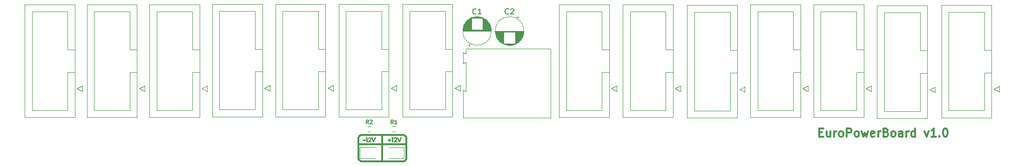
<source format=gbr>
%TF.GenerationSoftware,KiCad,Pcbnew,6.0.11+dfsg-1~bpo11+1*%
%TF.CreationDate,2023-04-21T11:36:43+08:00*%
%TF.ProjectId,EuroPowerBoard,4575726f-506f-4776-9572-426f6172642e,rev?*%
%TF.SameCoordinates,Original*%
%TF.FileFunction,Legend,Top*%
%TF.FilePolarity,Positive*%
%FSLAX46Y46*%
G04 Gerber Fmt 4.6, Leading zero omitted, Abs format (unit mm)*
G04 Created by KiCad (PCBNEW 6.0.11+dfsg-1~bpo11+1) date 2023-04-21 11:36:43*
%MOMM*%
%LPD*%
G01*
G04 APERTURE LIST*
%ADD10C,0.300000*%
%ADD11C,0.150000*%
%ADD12C,0.010000*%
%ADD13C,0.120000*%
G04 APERTURE END LIST*
D10*
X182857142Y-78142857D02*
X183357142Y-78142857D01*
X183571428Y-78928571D02*
X182857142Y-78928571D01*
X182857142Y-77428571D01*
X183571428Y-77428571D01*
X184857142Y-77928571D02*
X184857142Y-78928571D01*
X184214285Y-77928571D02*
X184214285Y-78714285D01*
X184285714Y-78857142D01*
X184428571Y-78928571D01*
X184642857Y-78928571D01*
X184785714Y-78857142D01*
X184857142Y-78785714D01*
X185571428Y-78928571D02*
X185571428Y-77928571D01*
X185571428Y-78214285D02*
X185642857Y-78071428D01*
X185714285Y-78000000D01*
X185857142Y-77928571D01*
X186000000Y-77928571D01*
X186714285Y-78928571D02*
X186571428Y-78857142D01*
X186500000Y-78785714D01*
X186428571Y-78642857D01*
X186428571Y-78214285D01*
X186500000Y-78071428D01*
X186571428Y-78000000D01*
X186714285Y-77928571D01*
X186928571Y-77928571D01*
X187071428Y-78000000D01*
X187142857Y-78071428D01*
X187214285Y-78214285D01*
X187214285Y-78642857D01*
X187142857Y-78785714D01*
X187071428Y-78857142D01*
X186928571Y-78928571D01*
X186714285Y-78928571D01*
X187857142Y-78928571D02*
X187857142Y-77428571D01*
X188428571Y-77428571D01*
X188571428Y-77500000D01*
X188642857Y-77571428D01*
X188714285Y-77714285D01*
X188714285Y-77928571D01*
X188642857Y-78071428D01*
X188571428Y-78142857D01*
X188428571Y-78214285D01*
X187857142Y-78214285D01*
X189571428Y-78928571D02*
X189428571Y-78857142D01*
X189357142Y-78785714D01*
X189285714Y-78642857D01*
X189285714Y-78214285D01*
X189357142Y-78071428D01*
X189428571Y-78000000D01*
X189571428Y-77928571D01*
X189785714Y-77928571D01*
X189928571Y-78000000D01*
X190000000Y-78071428D01*
X190071428Y-78214285D01*
X190071428Y-78642857D01*
X190000000Y-78785714D01*
X189928571Y-78857142D01*
X189785714Y-78928571D01*
X189571428Y-78928571D01*
X190571428Y-77928571D02*
X190857142Y-78928571D01*
X191142857Y-78214285D01*
X191428571Y-78928571D01*
X191714285Y-77928571D01*
X192857142Y-78857142D02*
X192714285Y-78928571D01*
X192428571Y-78928571D01*
X192285714Y-78857142D01*
X192214285Y-78714285D01*
X192214285Y-78142857D01*
X192285714Y-78000000D01*
X192428571Y-77928571D01*
X192714285Y-77928571D01*
X192857142Y-78000000D01*
X192928571Y-78142857D01*
X192928571Y-78285714D01*
X192214285Y-78428571D01*
X193571428Y-78928571D02*
X193571428Y-77928571D01*
X193571428Y-78214285D02*
X193642857Y-78071428D01*
X193714285Y-78000000D01*
X193857142Y-77928571D01*
X194000000Y-77928571D01*
X195000000Y-78142857D02*
X195214285Y-78214285D01*
X195285714Y-78285714D01*
X195357142Y-78428571D01*
X195357142Y-78642857D01*
X195285714Y-78785714D01*
X195214285Y-78857142D01*
X195071428Y-78928571D01*
X194500000Y-78928571D01*
X194500000Y-77428571D01*
X195000000Y-77428571D01*
X195142857Y-77500000D01*
X195214285Y-77571428D01*
X195285714Y-77714285D01*
X195285714Y-77857142D01*
X195214285Y-78000000D01*
X195142857Y-78071428D01*
X195000000Y-78142857D01*
X194500000Y-78142857D01*
X196214285Y-78928571D02*
X196071428Y-78857142D01*
X196000000Y-78785714D01*
X195928571Y-78642857D01*
X195928571Y-78214285D01*
X196000000Y-78071428D01*
X196071428Y-78000000D01*
X196214285Y-77928571D01*
X196428571Y-77928571D01*
X196571428Y-78000000D01*
X196642857Y-78071428D01*
X196714285Y-78214285D01*
X196714285Y-78642857D01*
X196642857Y-78785714D01*
X196571428Y-78857142D01*
X196428571Y-78928571D01*
X196214285Y-78928571D01*
X198000000Y-78928571D02*
X198000000Y-78142857D01*
X197928571Y-78000000D01*
X197785714Y-77928571D01*
X197500000Y-77928571D01*
X197357142Y-78000000D01*
X198000000Y-78857142D02*
X197857142Y-78928571D01*
X197500000Y-78928571D01*
X197357142Y-78857142D01*
X197285714Y-78714285D01*
X197285714Y-78571428D01*
X197357142Y-78428571D01*
X197500000Y-78357142D01*
X197857142Y-78357142D01*
X198000000Y-78285714D01*
X198714285Y-78928571D02*
X198714285Y-77928571D01*
X198714285Y-78214285D02*
X198785714Y-78071428D01*
X198857142Y-78000000D01*
X199000000Y-77928571D01*
X199142857Y-77928571D01*
X200285714Y-78928571D02*
X200285714Y-77428571D01*
X200285714Y-78857142D02*
X200142857Y-78928571D01*
X199857142Y-78928571D01*
X199714285Y-78857142D01*
X199642857Y-78785714D01*
X199571428Y-78642857D01*
X199571428Y-78214285D01*
X199642857Y-78071428D01*
X199714285Y-78000000D01*
X199857142Y-77928571D01*
X200142857Y-77928571D01*
X200285714Y-78000000D01*
X202000000Y-77928571D02*
X202357142Y-78928571D01*
X202714285Y-77928571D01*
X204071428Y-78928571D02*
X203214285Y-78928571D01*
X203642857Y-78928571D02*
X203642857Y-77428571D01*
X203500000Y-77642857D01*
X203357142Y-77785714D01*
X203214285Y-77857142D01*
X204714285Y-78785714D02*
X204785714Y-78857142D01*
X204714285Y-78928571D01*
X204642857Y-78857142D01*
X204714285Y-78785714D01*
X204714285Y-78928571D01*
X205714285Y-77428571D02*
X205857142Y-77428571D01*
X206000000Y-77500000D01*
X206071428Y-77571428D01*
X206142857Y-77714285D01*
X206214285Y-78000000D01*
X206214285Y-78357142D01*
X206142857Y-78642857D01*
X206071428Y-78785714D01*
X206000000Y-78857142D01*
X205857142Y-78928571D01*
X205714285Y-78928571D01*
X205571428Y-78857142D01*
X205500000Y-78785714D01*
X205428571Y-78642857D01*
X205357142Y-78357142D01*
X205357142Y-78000000D01*
X205428571Y-77714285D01*
X205500000Y-77571428D01*
X205571428Y-77500000D01*
X205714285Y-77428571D01*
D11*
%TO.C,R2*%
X100883333Y-76566666D02*
X100650000Y-76233333D01*
X100483333Y-76566666D02*
X100483333Y-75866666D01*
X100750000Y-75866666D01*
X100816666Y-75900000D01*
X100850000Y-75933333D01*
X100883333Y-76000000D01*
X100883333Y-76100000D01*
X100850000Y-76166666D01*
X100816666Y-76200000D01*
X100750000Y-76233333D01*
X100483333Y-76233333D01*
X101150000Y-75933333D02*
X101183333Y-75900000D01*
X101250000Y-75866666D01*
X101416666Y-75866666D01*
X101483333Y-75900000D01*
X101516666Y-75933333D01*
X101550000Y-76000000D01*
X101550000Y-76066666D01*
X101516666Y-76166666D01*
X101116666Y-76566666D01*
X101550000Y-76566666D01*
%TO.C,R1*%
X105383333Y-76566666D02*
X105150000Y-76233333D01*
X104983333Y-76566666D02*
X104983333Y-75866666D01*
X105250000Y-75866666D01*
X105316666Y-75900000D01*
X105350000Y-75933333D01*
X105383333Y-76000000D01*
X105383333Y-76100000D01*
X105350000Y-76166666D01*
X105316666Y-76200000D01*
X105250000Y-76233333D01*
X104983333Y-76233333D01*
X106050000Y-76566666D02*
X105650000Y-76566666D01*
X105850000Y-76566666D02*
X105850000Y-75866666D01*
X105783333Y-75966666D01*
X105716666Y-76033333D01*
X105650000Y-76066666D01*
%TO.C,C2*%
X126338333Y-56457142D02*
X126290714Y-56504761D01*
X126147857Y-56552380D01*
X126052619Y-56552380D01*
X125909761Y-56504761D01*
X125814523Y-56409523D01*
X125766904Y-56314285D01*
X125719285Y-56123809D01*
X125719285Y-55980952D01*
X125766904Y-55790476D01*
X125814523Y-55695238D01*
X125909761Y-55600000D01*
X126052619Y-55552380D01*
X126147857Y-55552380D01*
X126290714Y-55600000D01*
X126338333Y-55647619D01*
X126719285Y-55647619D02*
X126766904Y-55600000D01*
X126862142Y-55552380D01*
X127100238Y-55552380D01*
X127195476Y-55600000D01*
X127243095Y-55647619D01*
X127290714Y-55742857D01*
X127290714Y-55838095D01*
X127243095Y-55980952D01*
X126671666Y-56552380D01*
X127290714Y-56552380D01*
%TO.C,C1*%
X120438333Y-56457142D02*
X120390714Y-56504761D01*
X120247857Y-56552380D01*
X120152619Y-56552380D01*
X120009761Y-56504761D01*
X119914523Y-56409523D01*
X119866904Y-56314285D01*
X119819285Y-56123809D01*
X119819285Y-55980952D01*
X119866904Y-55790476D01*
X119914523Y-55695238D01*
X120009761Y-55600000D01*
X120152619Y-55552380D01*
X120247857Y-55552380D01*
X120390714Y-55600000D01*
X120438333Y-55647619D01*
X121390714Y-56552380D02*
X120819285Y-56552380D01*
X121105000Y-56552380D02*
X121105000Y-55552380D01*
X121009761Y-55695238D01*
X120914523Y-55790476D01*
X120819285Y-55838095D01*
%TO.C,G\u002A\u002A\u002A*%
G36*
X105778535Y-79023813D02*
G01*
X105867826Y-79061436D01*
X105933150Y-79125619D01*
X105959884Y-79196778D01*
X105967922Y-79288420D01*
X105957316Y-79383072D01*
X105932197Y-79455762D01*
X105900828Y-79502801D01*
X105848244Y-79568074D01*
X105783676Y-79640404D01*
X105754324Y-79671101D01*
X105613242Y-79815292D01*
X105809840Y-79815292D01*
X105901743Y-79815681D01*
X105959332Y-79818287D01*
X105990626Y-79825270D01*
X106003646Y-79838786D01*
X106006409Y-79860996D01*
X106006438Y-79868208D01*
X106006438Y-79921125D01*
X105710104Y-79921125D01*
X105593000Y-79920914D01*
X105511704Y-79919581D01*
X105459687Y-79916077D01*
X105430424Y-79909352D01*
X105417389Y-79898356D01*
X105414054Y-79882041D01*
X105413976Y-79873500D01*
X105431723Y-79830180D01*
X105484988Y-79766311D01*
X105562013Y-79692294D01*
X105687130Y-79570334D01*
X105775022Y-79463463D01*
X105827046Y-79369349D01*
X105844560Y-79285659D01*
X105834446Y-79224099D01*
X105795446Y-79162611D01*
X105739155Y-79133093D01*
X105675439Y-79135038D01*
X105614165Y-79167944D01*
X105565199Y-79231304D01*
X105561938Y-79238042D01*
X105530062Y-79287432D01*
X105488425Y-79305742D01*
X105470297Y-79306833D01*
X105430300Y-79303687D01*
X105417994Y-79284904D01*
X105424750Y-79238500D01*
X105461444Y-79137463D01*
X105524145Y-79068104D01*
X105573487Y-79040940D01*
X105676764Y-79016120D01*
X105778535Y-79023813D01*
G37*
D12*
X105778535Y-79023813D02*
X105867826Y-79061436D01*
X105933150Y-79125619D01*
X105959884Y-79196778D01*
X105967922Y-79288420D01*
X105957316Y-79383072D01*
X105932197Y-79455762D01*
X105900828Y-79502801D01*
X105848244Y-79568074D01*
X105783676Y-79640404D01*
X105754324Y-79671101D01*
X105613242Y-79815292D01*
X105809840Y-79815292D01*
X105901743Y-79815681D01*
X105959332Y-79818287D01*
X105990626Y-79825270D01*
X106003646Y-79838786D01*
X106006409Y-79860996D01*
X106006438Y-79868208D01*
X106006438Y-79921125D01*
X105710104Y-79921125D01*
X105593000Y-79920914D01*
X105511704Y-79919581D01*
X105459687Y-79916077D01*
X105430424Y-79909352D01*
X105417389Y-79898356D01*
X105414054Y-79882041D01*
X105413976Y-79873500D01*
X105431723Y-79830180D01*
X105484988Y-79766311D01*
X105562013Y-79692294D01*
X105687130Y-79570334D01*
X105775022Y-79463463D01*
X105827046Y-79369349D01*
X105844560Y-79285659D01*
X105834446Y-79224099D01*
X105795446Y-79162611D01*
X105739155Y-79133093D01*
X105675439Y-79135038D01*
X105614165Y-79167944D01*
X105565199Y-79231304D01*
X105561938Y-79238042D01*
X105530062Y-79287432D01*
X105488425Y-79305742D01*
X105470297Y-79306833D01*
X105430300Y-79303687D01*
X105417994Y-79284904D01*
X105424750Y-79238500D01*
X105461444Y-79137463D01*
X105524145Y-79068104D01*
X105573487Y-79040940D01*
X105676764Y-79016120D01*
X105778535Y-79023813D01*
G36*
X100249104Y-79603625D02*
G01*
X99741104Y-79603625D01*
X99741104Y-79497792D01*
X100249104Y-79497792D01*
X100249104Y-79603625D01*
G37*
X100249104Y-79603625D02*
X99741104Y-79603625D01*
X99741104Y-79497792D01*
X100249104Y-79497792D01*
X100249104Y-79603625D01*
G36*
X104650327Y-79267980D02*
G01*
X104666108Y-79283952D01*
X104672071Y-79323234D01*
X104672938Y-79381375D01*
X104672938Y-79497792D01*
X104789354Y-79497792D01*
X104856028Y-79499165D01*
X104890745Y-79506425D01*
X104903864Y-79524281D01*
X104905771Y-79550708D01*
X104902749Y-79581015D01*
X104886777Y-79596795D01*
X104847495Y-79602758D01*
X104789354Y-79603625D01*
X104672938Y-79603625D01*
X104672938Y-79720042D01*
X104671564Y-79786716D01*
X104664304Y-79821432D01*
X104646448Y-79834551D01*
X104620021Y-79836458D01*
X104589714Y-79833436D01*
X104573934Y-79817464D01*
X104567971Y-79778182D01*
X104567104Y-79720042D01*
X104567104Y-79603625D01*
X104440104Y-79603625D01*
X104369719Y-79602504D01*
X104331718Y-79596382D01*
X104316161Y-79581115D01*
X104313107Y-79552563D01*
X104313104Y-79550708D01*
X104315793Y-79521381D01*
X104330487Y-79505547D01*
X104367127Y-79499065D01*
X104435653Y-79497793D01*
X104440104Y-79497792D01*
X104567104Y-79497792D01*
X104567104Y-79381375D01*
X104568478Y-79314701D01*
X104575738Y-79279984D01*
X104593593Y-79266865D01*
X104620021Y-79264958D01*
X104650327Y-79267980D01*
G37*
X104650327Y-79267980D02*
X104666108Y-79283952D01*
X104672071Y-79323234D01*
X104672938Y-79381375D01*
X104672938Y-79497792D01*
X104789354Y-79497792D01*
X104856028Y-79499165D01*
X104890745Y-79506425D01*
X104903864Y-79524281D01*
X104905771Y-79550708D01*
X104902749Y-79581015D01*
X104886777Y-79596795D01*
X104847495Y-79602758D01*
X104789354Y-79603625D01*
X104672938Y-79603625D01*
X104672938Y-79720042D01*
X104671564Y-79786716D01*
X104664304Y-79821432D01*
X104646448Y-79834551D01*
X104620021Y-79836458D01*
X104589714Y-79833436D01*
X104573934Y-79817464D01*
X104567971Y-79778182D01*
X104567104Y-79720042D01*
X104567104Y-79603625D01*
X104440104Y-79603625D01*
X104369719Y-79602504D01*
X104331718Y-79596382D01*
X104316161Y-79581115D01*
X104313107Y-79552563D01*
X104313104Y-79550708D01*
X104315793Y-79521381D01*
X104330487Y-79505547D01*
X104367127Y-79499065D01*
X104435653Y-79497793D01*
X104440104Y-79497792D01*
X104567104Y-79497792D01*
X104567104Y-79381375D01*
X104568478Y-79314701D01*
X104575738Y-79279984D01*
X104593593Y-79266865D01*
X104620021Y-79264958D01*
X104650327Y-79267980D01*
G36*
X100566474Y-79049954D02*
G01*
X100578629Y-79088064D01*
X100585044Y-79152132D01*
X100587517Y-79246677D01*
X100587850Y-79376215D01*
X100587771Y-79476625D01*
X100587771Y-79921125D01*
X100460771Y-79921125D01*
X100460771Y-79175000D01*
X100397271Y-79187700D01*
X100352789Y-79192547D01*
X100335934Y-79177165D01*
X100333771Y-79150888D01*
X100343293Y-79114989D01*
X100378186Y-79086993D01*
X100424437Y-79066750D01*
X100477559Y-79046201D01*
X100517739Y-79033540D01*
X100546777Y-79033285D01*
X100566474Y-79049954D01*
G37*
X100566474Y-79049954D02*
X100578629Y-79088064D01*
X100585044Y-79152132D01*
X100587517Y-79246677D01*
X100587850Y-79376215D01*
X100587771Y-79476625D01*
X100587771Y-79921125D01*
X100460771Y-79921125D01*
X100460771Y-79175000D01*
X100397271Y-79187700D01*
X100352789Y-79192547D01*
X100335934Y-79177165D01*
X100333771Y-79150888D01*
X100343293Y-79114989D01*
X100378186Y-79086993D01*
X100424437Y-79066750D01*
X100477559Y-79046201D01*
X100517739Y-79033540D01*
X100546777Y-79033285D01*
X100566474Y-79049954D01*
G36*
X101617421Y-79381249D02*
G01*
X101658228Y-79494397D01*
X101694747Y-79592263D01*
X101724488Y-79668439D01*
X101744958Y-79716515D01*
X101753226Y-79730499D01*
X101763877Y-79711645D01*
X101786088Y-79659256D01*
X101817338Y-79579720D01*
X101855108Y-79479427D01*
X101890809Y-79381649D01*
X102016521Y-79032673D01*
X102087076Y-79032399D01*
X102132400Y-79036910D01*
X102150924Y-79048324D01*
X102150576Y-79050350D01*
X102141394Y-79074786D01*
X102119698Y-79132832D01*
X102087750Y-79218428D01*
X102047814Y-79325511D01*
X102002149Y-79448022D01*
X101984771Y-79494662D01*
X101826021Y-79920749D01*
X101756705Y-79920937D01*
X101703640Y-79913416D01*
X101673877Y-79883156D01*
X101664872Y-79862917D01*
X101649931Y-79823729D01*
X101623195Y-79753063D01*
X101587743Y-79659071D01*
X101546651Y-79549910D01*
X101519104Y-79476625D01*
X101476033Y-79362074D01*
X101436651Y-79257528D01*
X101404037Y-79171140D01*
X101381268Y-79111068D01*
X101373336Y-79090333D01*
X101360974Y-79050987D01*
X101372145Y-79035146D01*
X101415804Y-79032132D01*
X101422153Y-79032125D01*
X101493487Y-79032125D01*
X101617421Y-79381249D01*
G37*
X101617421Y-79381249D02*
X101658228Y-79494397D01*
X101694747Y-79592263D01*
X101724488Y-79668439D01*
X101744958Y-79716515D01*
X101753226Y-79730499D01*
X101763877Y-79711645D01*
X101786088Y-79659256D01*
X101817338Y-79579720D01*
X101855108Y-79479427D01*
X101890809Y-79381649D01*
X102016521Y-79032673D01*
X102087076Y-79032399D01*
X102132400Y-79036910D01*
X102150924Y-79048324D01*
X102150576Y-79050350D01*
X102141394Y-79074786D01*
X102119698Y-79132832D01*
X102087750Y-79218428D01*
X102047814Y-79325511D01*
X102002149Y-79448022D01*
X101984771Y-79494662D01*
X101826021Y-79920749D01*
X101756705Y-79920937D01*
X101703640Y-79913416D01*
X101673877Y-79883156D01*
X101664872Y-79862917D01*
X101649931Y-79823729D01*
X101623195Y-79753063D01*
X101587743Y-79659071D01*
X101546651Y-79549910D01*
X101519104Y-79476625D01*
X101476033Y-79362074D01*
X101436651Y-79257528D01*
X101404037Y-79171140D01*
X101381268Y-79111068D01*
X101373336Y-79090333D01*
X101360974Y-79050987D01*
X101372145Y-79035146D01*
X101415804Y-79032132D01*
X101422153Y-79032125D01*
X101493487Y-79032125D01*
X101617421Y-79381249D01*
G36*
X105265604Y-79921125D02*
G01*
X105138604Y-79921125D01*
X105138604Y-79175580D01*
X105064521Y-79189478D01*
X105015155Y-79195875D01*
X104994551Y-79185814D01*
X104990517Y-79154792D01*
X105001212Y-79118347D01*
X105039105Y-79088401D01*
X105080698Y-79069167D01*
X105146503Y-79046298D01*
X105203712Y-79033273D01*
X105218202Y-79032125D01*
X105265604Y-79032125D01*
X105265604Y-79921125D01*
G37*
X105265604Y-79921125D02*
X105138604Y-79921125D01*
X105138604Y-79175580D01*
X105064521Y-79189478D01*
X105015155Y-79195875D01*
X104994551Y-79185814D01*
X104990517Y-79154792D01*
X105001212Y-79118347D01*
X105039105Y-79088401D01*
X105080698Y-79069167D01*
X105146503Y-79046298D01*
X105203712Y-79033273D01*
X105218202Y-79032125D01*
X105265604Y-79032125D01*
X105265604Y-79921125D01*
G36*
X106732892Y-79031354D02*
G01*
X106749273Y-79032125D01*
X106792998Y-79037536D01*
X106810771Y-79050251D01*
X106803662Y-79075330D01*
X106784031Y-79132819D01*
X106754419Y-79215566D01*
X106717370Y-79316420D01*
X106692261Y-79383626D01*
X106647898Y-79501637D01*
X106605253Y-79615084D01*
X106568145Y-79713803D01*
X106540397Y-79787630D01*
X106531990Y-79810000D01*
X106505825Y-79873802D01*
X106482820Y-79907033D01*
X106453363Y-79919483D01*
X106422958Y-79921077D01*
X106355688Y-79921029D01*
X106198502Y-79503035D01*
X106151148Y-79377011D01*
X106108578Y-79263530D01*
X106073149Y-79168892D01*
X106047220Y-79099397D01*
X106033148Y-79061347D01*
X106031599Y-79057029D01*
X106036945Y-79038316D01*
X106075420Y-79034514D01*
X106093021Y-79035862D01*
X106114807Y-79037328D01*
X106132243Y-79039979D01*
X106147552Y-79048329D01*
X106162958Y-79066891D01*
X106180684Y-79100179D01*
X106202952Y-79152707D01*
X106231988Y-79228987D01*
X106270012Y-79333534D01*
X106319250Y-79470859D01*
X106351193Y-79559985D01*
X106422883Y-79759761D01*
X106489827Y-79575860D01*
X106548496Y-79414418D01*
X106594431Y-79288310D01*
X106629696Y-79193209D01*
X106656358Y-79124785D01*
X106676481Y-79078712D01*
X106692131Y-79050660D01*
X106705373Y-79036302D01*
X106718271Y-79031309D01*
X106732892Y-79031354D01*
G37*
X106732892Y-79031354D02*
X106749273Y-79032125D01*
X106792998Y-79037536D01*
X106810771Y-79050251D01*
X106803662Y-79075330D01*
X106784031Y-79132819D01*
X106754419Y-79215566D01*
X106717370Y-79316420D01*
X106692261Y-79383626D01*
X106647898Y-79501637D01*
X106605253Y-79615084D01*
X106568145Y-79713803D01*
X106540397Y-79787630D01*
X106531990Y-79810000D01*
X106505825Y-79873802D01*
X106482820Y-79907033D01*
X106453363Y-79919483D01*
X106422958Y-79921077D01*
X106355688Y-79921029D01*
X106198502Y-79503035D01*
X106151148Y-79377011D01*
X106108578Y-79263530D01*
X106073149Y-79168892D01*
X106047220Y-79099397D01*
X106033148Y-79061347D01*
X106031599Y-79057029D01*
X106036945Y-79038316D01*
X106075420Y-79034514D01*
X106093021Y-79035862D01*
X106114807Y-79037328D01*
X106132243Y-79039979D01*
X106147552Y-79048329D01*
X106162958Y-79066891D01*
X106180684Y-79100179D01*
X106202952Y-79152707D01*
X106231988Y-79228987D01*
X106270012Y-79333534D01*
X106319250Y-79470859D01*
X106351193Y-79559985D01*
X106422883Y-79759761D01*
X106489827Y-79575860D01*
X106548496Y-79414418D01*
X106594431Y-79288310D01*
X106629696Y-79193209D01*
X106656358Y-79124785D01*
X106676481Y-79078712D01*
X106692131Y-79050660D01*
X106705373Y-79036302D01*
X106718271Y-79031309D01*
X106732892Y-79031354D01*
G36*
X98950915Y-83136706D02*
G01*
X98880344Y-82974800D01*
X98853108Y-82860368D01*
X98849115Y-82814047D01*
X98845517Y-82729384D01*
X98842313Y-82610372D01*
X98839504Y-82461001D01*
X98837090Y-82285263D01*
X98835070Y-82087148D01*
X98833446Y-81870647D01*
X98832216Y-81639751D01*
X98831381Y-81398451D01*
X98830942Y-81150737D01*
X98830897Y-80900602D01*
X98831248Y-80652036D01*
X98831910Y-80436097D01*
X99083017Y-80436097D01*
X99095521Y-82855779D01*
X99159021Y-82979164D01*
X99244787Y-83107489D01*
X99354739Y-83202473D01*
X99491442Y-83267697D01*
X99513469Y-83274623D01*
X99538702Y-83280675D01*
X99569989Y-83285915D01*
X99610176Y-83290400D01*
X99662112Y-83294192D01*
X99728643Y-83297351D01*
X99812618Y-83299935D01*
X99916884Y-83302005D01*
X100044287Y-83303622D01*
X100197677Y-83304843D01*
X100379899Y-83305731D01*
X100593803Y-83306344D01*
X100842234Y-83306742D01*
X101128041Y-83306985D01*
X101365646Y-83307100D01*
X103127771Y-83307792D01*
X103127848Y-82159500D01*
X103128125Y-81931322D01*
X103128890Y-81706643D01*
X103130093Y-81490778D01*
X103131684Y-81289045D01*
X103133610Y-81106760D01*
X103135821Y-80949240D01*
X103138266Y-80821801D01*
X103140895Y-80729761D01*
X103141724Y-80709583D01*
X103155523Y-80407958D01*
X102564855Y-80407975D01*
X102438174Y-80408198D01*
X102274733Y-80408835D01*
X102080103Y-80409847D01*
X101859855Y-80411197D01*
X101619561Y-80412844D01*
X101364791Y-80414752D01*
X101101116Y-80416882D01*
X100834108Y-80419194D01*
X100569337Y-80421651D01*
X100528602Y-80422044D01*
X99083017Y-80436097D01*
X98831910Y-80436097D01*
X98831994Y-80409029D01*
X98833136Y-80175573D01*
X98833239Y-80160851D01*
X103424104Y-80160851D01*
X104328979Y-80146848D01*
X104537490Y-80144003D01*
X104779473Y-80141350D01*
X105046064Y-80138950D01*
X105328404Y-80136862D01*
X105617629Y-80135145D01*
X105904878Y-80133860D01*
X106181289Y-80133065D01*
X106415237Y-80132818D01*
X107596621Y-80132792D01*
X107589987Y-79608917D01*
X107583354Y-79085042D01*
X107525426Y-78986500D01*
X107473544Y-78913635D01*
X107410213Y-78844730D01*
X107384463Y-78822194D01*
X107357268Y-78800338D01*
X107332499Y-78781103D01*
X107307414Y-78764322D01*
X107279274Y-78749828D01*
X107245339Y-78737453D01*
X107202867Y-78727030D01*
X107149120Y-78718393D01*
X107081357Y-78711374D01*
X106996839Y-78705807D01*
X106892823Y-78701523D01*
X106766572Y-78698356D01*
X106615344Y-78696139D01*
X106436399Y-78694705D01*
X106226998Y-78693886D01*
X105984399Y-78693516D01*
X105705864Y-78693428D01*
X105388652Y-78693453D01*
X105273526Y-78693458D01*
X103424104Y-78693458D01*
X103424104Y-80160851D01*
X98833239Y-80160851D01*
X98833287Y-80153958D01*
X99081035Y-80153958D01*
X103148938Y-80153958D01*
X103148938Y-78693458D01*
X101364125Y-78693458D01*
X101037360Y-78693421D01*
X100750146Y-78693444D01*
X100499701Y-78693727D01*
X100283245Y-78694469D01*
X100097994Y-78695870D01*
X99941167Y-78698130D01*
X99809983Y-78701448D01*
X99701659Y-78706026D01*
X99613414Y-78712061D01*
X99542465Y-78719755D01*
X99486032Y-78729306D01*
X99441332Y-78740916D01*
X99405583Y-78754782D01*
X99376005Y-78771106D01*
X99349814Y-78790087D01*
X99324229Y-78811925D01*
X99296468Y-78836820D01*
X99290145Y-78842417D01*
X99216307Y-78923203D01*
X99155884Y-79017451D01*
X99146682Y-79036619D01*
X99130767Y-79074429D01*
X99118495Y-79111717D01*
X99109278Y-79154714D01*
X99102531Y-79209649D01*
X99097668Y-79282751D01*
X99094103Y-79380248D01*
X99091249Y-79508372D01*
X99088864Y-79651250D01*
X99081035Y-80153958D01*
X98833287Y-80153958D01*
X98834673Y-79955659D01*
X98836606Y-79753277D01*
X98838934Y-79572419D01*
X98841659Y-79417075D01*
X98844779Y-79291237D01*
X98848295Y-79198895D01*
X98852207Y-79144040D01*
X98853031Y-79137958D01*
X98902138Y-78956189D01*
X98987276Y-78794942D01*
X99105777Y-78657793D01*
X99254972Y-78548317D01*
X99317771Y-78515374D01*
X99455354Y-78450042D01*
X107244688Y-78450042D01*
X107365720Y-78506769D01*
X107518072Y-78600322D01*
X107650521Y-78725592D01*
X107753578Y-78873262D01*
X107768747Y-78902461D01*
X107837354Y-79041826D01*
X107837354Y-82958542D01*
X107782108Y-83074958D01*
X107684937Y-83232162D01*
X107557378Y-83363331D01*
X107405170Y-83463926D01*
X107234056Y-83529409D01*
X107196021Y-83538324D01*
X107162488Y-83540921D01*
X107089256Y-83543352D01*
X106978956Y-83545619D01*
X106834222Y-83547721D01*
X106657685Y-83549658D01*
X106451980Y-83551429D01*
X106219739Y-83553035D01*
X105963594Y-83554475D01*
X105686179Y-83555750D01*
X105390126Y-83556859D01*
X105078069Y-83557801D01*
X104752639Y-83558578D01*
X104416470Y-83559189D01*
X104072194Y-83559633D01*
X103722445Y-83559911D01*
X103369856Y-83560023D01*
X103017058Y-83559968D01*
X102666685Y-83559745D01*
X102321369Y-83559356D01*
X101983744Y-83558800D01*
X101656443Y-83558077D01*
X101342097Y-83557187D01*
X101043340Y-83556129D01*
X100762805Y-83554903D01*
X100503125Y-83553510D01*
X100266931Y-83551950D01*
X100056858Y-83550221D01*
X99875538Y-83548324D01*
X99725604Y-83546259D01*
X99609688Y-83544026D01*
X99530423Y-83541624D01*
X99490443Y-83539054D01*
X99488160Y-83538686D01*
X99325951Y-83486089D01*
X99178892Y-83397875D01*
X99083338Y-83308679D01*
X103375647Y-83308679D01*
X105267834Y-83302944D01*
X105593821Y-83301942D01*
X105880192Y-83300992D01*
X106129662Y-83300025D01*
X106344947Y-83298971D01*
X106528766Y-83297762D01*
X106683833Y-83296327D01*
X106812865Y-83294598D01*
X106918579Y-83292506D01*
X107003690Y-83289980D01*
X107070916Y-83286952D01*
X107122973Y-83283352D01*
X107162576Y-83279112D01*
X107192443Y-83274161D01*
X107215290Y-83268431D01*
X107233833Y-83261852D01*
X107250788Y-83254355D01*
X107255271Y-83252247D01*
X107385278Y-83168008D01*
X107490232Y-83051948D01*
X107544023Y-82958542D01*
X107593524Y-82852708D01*
X107593938Y-80407958D01*
X103402938Y-80407958D01*
X103402938Y-81727770D01*
X103402720Y-81964429D01*
X103402094Y-82191674D01*
X103401096Y-82405427D01*
X103399767Y-82601610D01*
X103398143Y-82776146D01*
X103396263Y-82924958D01*
X103394167Y-83043968D01*
X103391891Y-83129099D01*
X103389474Y-83176274D01*
X103389292Y-83178130D01*
X103375647Y-83308679D01*
X99083338Y-83308679D01*
X99052156Y-83279572D01*
X98950915Y-83136706D01*
G37*
X98950915Y-83136706D02*
X98880344Y-82974800D01*
X98853108Y-82860368D01*
X98849115Y-82814047D01*
X98845517Y-82729384D01*
X98842313Y-82610372D01*
X98839504Y-82461001D01*
X98837090Y-82285263D01*
X98835070Y-82087148D01*
X98833446Y-81870647D01*
X98832216Y-81639751D01*
X98831381Y-81398451D01*
X98830942Y-81150737D01*
X98830897Y-80900602D01*
X98831248Y-80652036D01*
X98831910Y-80436097D01*
X99083017Y-80436097D01*
X99095521Y-82855779D01*
X99159021Y-82979164D01*
X99244787Y-83107489D01*
X99354739Y-83202473D01*
X99491442Y-83267697D01*
X99513469Y-83274623D01*
X99538702Y-83280675D01*
X99569989Y-83285915D01*
X99610176Y-83290400D01*
X99662112Y-83294192D01*
X99728643Y-83297351D01*
X99812618Y-83299935D01*
X99916884Y-83302005D01*
X100044287Y-83303622D01*
X100197677Y-83304843D01*
X100379899Y-83305731D01*
X100593803Y-83306344D01*
X100842234Y-83306742D01*
X101128041Y-83306985D01*
X101365646Y-83307100D01*
X103127771Y-83307792D01*
X103127848Y-82159500D01*
X103128125Y-81931322D01*
X103128890Y-81706643D01*
X103130093Y-81490778D01*
X103131684Y-81289045D01*
X103133610Y-81106760D01*
X103135821Y-80949240D01*
X103138266Y-80821801D01*
X103140895Y-80729761D01*
X103141724Y-80709583D01*
X103155523Y-80407958D01*
X102564855Y-80407975D01*
X102438174Y-80408198D01*
X102274733Y-80408835D01*
X102080103Y-80409847D01*
X101859855Y-80411197D01*
X101619561Y-80412844D01*
X101364791Y-80414752D01*
X101101116Y-80416882D01*
X100834108Y-80419194D01*
X100569337Y-80421651D01*
X100528602Y-80422044D01*
X99083017Y-80436097D01*
X98831910Y-80436097D01*
X98831994Y-80409029D01*
X98833136Y-80175573D01*
X98833239Y-80160851D01*
X103424104Y-80160851D01*
X104328979Y-80146848D01*
X104537490Y-80144003D01*
X104779473Y-80141350D01*
X105046064Y-80138950D01*
X105328404Y-80136862D01*
X105617629Y-80135145D01*
X105904878Y-80133860D01*
X106181289Y-80133065D01*
X106415237Y-80132818D01*
X107596621Y-80132792D01*
X107589987Y-79608917D01*
X107583354Y-79085042D01*
X107525426Y-78986500D01*
X107473544Y-78913635D01*
X107410213Y-78844730D01*
X107384463Y-78822194D01*
X107357268Y-78800338D01*
X107332499Y-78781103D01*
X107307414Y-78764322D01*
X107279274Y-78749828D01*
X107245339Y-78737453D01*
X107202867Y-78727030D01*
X107149120Y-78718393D01*
X107081357Y-78711374D01*
X106996839Y-78705807D01*
X106892823Y-78701523D01*
X106766572Y-78698356D01*
X106615344Y-78696139D01*
X106436399Y-78694705D01*
X106226998Y-78693886D01*
X105984399Y-78693516D01*
X105705864Y-78693428D01*
X105388652Y-78693453D01*
X105273526Y-78693458D01*
X103424104Y-78693458D01*
X103424104Y-80160851D01*
X98833239Y-80160851D01*
X98833287Y-80153958D01*
X99081035Y-80153958D01*
X103148938Y-80153958D01*
X103148938Y-78693458D01*
X101364125Y-78693458D01*
X101037360Y-78693421D01*
X100750146Y-78693444D01*
X100499701Y-78693727D01*
X100283245Y-78694469D01*
X100097994Y-78695870D01*
X99941167Y-78698130D01*
X99809983Y-78701448D01*
X99701659Y-78706026D01*
X99613414Y-78712061D01*
X99542465Y-78719755D01*
X99486032Y-78729306D01*
X99441332Y-78740916D01*
X99405583Y-78754782D01*
X99376005Y-78771106D01*
X99349814Y-78790087D01*
X99324229Y-78811925D01*
X99296468Y-78836820D01*
X99290145Y-78842417D01*
X99216307Y-78923203D01*
X99155884Y-79017451D01*
X99146682Y-79036619D01*
X99130767Y-79074429D01*
X99118495Y-79111717D01*
X99109278Y-79154714D01*
X99102531Y-79209649D01*
X99097668Y-79282751D01*
X99094103Y-79380248D01*
X99091249Y-79508372D01*
X99088864Y-79651250D01*
X99081035Y-80153958D01*
X98833287Y-80153958D01*
X98834673Y-79955659D01*
X98836606Y-79753277D01*
X98838934Y-79572419D01*
X98841659Y-79417075D01*
X98844779Y-79291237D01*
X98848295Y-79198895D01*
X98852207Y-79144040D01*
X98853031Y-79137958D01*
X98902138Y-78956189D01*
X98987276Y-78794942D01*
X99105777Y-78657793D01*
X99254972Y-78548317D01*
X99317771Y-78515374D01*
X99455354Y-78450042D01*
X107244688Y-78450042D01*
X107365720Y-78506769D01*
X107518072Y-78600322D01*
X107650521Y-78725592D01*
X107753578Y-78873262D01*
X107768747Y-78902461D01*
X107837354Y-79041826D01*
X107837354Y-82958542D01*
X107782108Y-83074958D01*
X107684937Y-83232162D01*
X107557378Y-83363331D01*
X107405170Y-83463926D01*
X107234056Y-83529409D01*
X107196021Y-83538324D01*
X107162488Y-83540921D01*
X107089256Y-83543352D01*
X106978956Y-83545619D01*
X106834222Y-83547721D01*
X106657685Y-83549658D01*
X106451980Y-83551429D01*
X106219739Y-83553035D01*
X105963594Y-83554475D01*
X105686179Y-83555750D01*
X105390126Y-83556859D01*
X105078069Y-83557801D01*
X104752639Y-83558578D01*
X104416470Y-83559189D01*
X104072194Y-83559633D01*
X103722445Y-83559911D01*
X103369856Y-83560023D01*
X103017058Y-83559968D01*
X102666685Y-83559745D01*
X102321369Y-83559356D01*
X101983744Y-83558800D01*
X101656443Y-83558077D01*
X101342097Y-83557187D01*
X101043340Y-83556129D01*
X100762805Y-83554903D01*
X100503125Y-83553510D01*
X100266931Y-83551950D01*
X100056858Y-83550221D01*
X99875538Y-83548324D01*
X99725604Y-83546259D01*
X99609688Y-83544026D01*
X99530423Y-83541624D01*
X99490443Y-83539054D01*
X99488160Y-83538686D01*
X99325951Y-83486089D01*
X99178892Y-83397875D01*
X99083338Y-83308679D01*
X103375647Y-83308679D01*
X105267834Y-83302944D01*
X105593821Y-83301942D01*
X105880192Y-83300992D01*
X106129662Y-83300025D01*
X106344947Y-83298971D01*
X106528766Y-83297762D01*
X106683833Y-83296327D01*
X106812865Y-83294598D01*
X106918579Y-83292506D01*
X107003690Y-83289980D01*
X107070916Y-83286952D01*
X107122973Y-83283352D01*
X107162576Y-83279112D01*
X107192443Y-83274161D01*
X107215290Y-83268431D01*
X107233833Y-83261852D01*
X107250788Y-83254355D01*
X107255271Y-83252247D01*
X107385278Y-83168008D01*
X107490232Y-83051948D01*
X107544023Y-82958542D01*
X107593524Y-82852708D01*
X107593938Y-80407958D01*
X103402938Y-80407958D01*
X103402938Y-81727770D01*
X103402720Y-81964429D01*
X103402094Y-82191674D01*
X103401096Y-82405427D01*
X103399767Y-82601610D01*
X103398143Y-82776146D01*
X103396263Y-82924958D01*
X103394167Y-83043968D01*
X103391891Y-83129099D01*
X103389474Y-83176274D01*
X103389292Y-83178130D01*
X103375647Y-83308679D01*
X99083338Y-83308679D01*
X99052156Y-83279572D01*
X98950915Y-83136706D01*
G36*
X101162701Y-79042903D02*
G01*
X101237271Y-79094660D01*
X101287400Y-79172680D01*
X101287568Y-79173119D01*
X101307250Y-79275682D01*
X101289149Y-79383247D01*
X101232442Y-79497833D01*
X101136307Y-79621460D01*
X101081455Y-79679089D01*
X100945252Y-79815292D01*
X101136928Y-79815292D01*
X101227442Y-79815706D01*
X101283744Y-79818446D01*
X101313955Y-79825752D01*
X101326198Y-79839867D01*
X101328592Y-79863032D01*
X101328604Y-79868208D01*
X101328604Y-79921125D01*
X101032271Y-79921125D01*
X100915167Y-79920917D01*
X100833866Y-79919591D01*
X100781835Y-79916091D01*
X100752544Y-79909364D01*
X100739460Y-79898354D01*
X100736054Y-79882006D01*
X100735938Y-79873274D01*
X100753182Y-79829137D01*
X100806190Y-79771589D01*
X100852476Y-79732431D01*
X100964203Y-79633054D01*
X101057610Y-79529739D01*
X101127849Y-79429192D01*
X101170070Y-79338115D01*
X101180438Y-79278938D01*
X101167184Y-79223891D01*
X101141403Y-79179109D01*
X101086303Y-79140196D01*
X101019625Y-79132247D01*
X100954273Y-79151698D01*
X100903154Y-79194984D01*
X100879995Y-79251294D01*
X100858420Y-79289610D01*
X100815313Y-79303406D01*
X100774226Y-79303110D01*
X100758977Y-79280903D01*
X100757104Y-79246821D01*
X100772494Y-79182741D01*
X100810714Y-79119828D01*
X100887697Y-79055873D01*
X100978380Y-79022444D01*
X101073226Y-79018476D01*
X101162701Y-79042903D01*
G37*
X101162701Y-79042903D02*
X101237271Y-79094660D01*
X101287400Y-79172680D01*
X101287568Y-79173119D01*
X101307250Y-79275682D01*
X101289149Y-79383247D01*
X101232442Y-79497833D01*
X101136307Y-79621460D01*
X101081455Y-79679089D01*
X100945252Y-79815292D01*
X101136928Y-79815292D01*
X101227442Y-79815706D01*
X101283744Y-79818446D01*
X101313955Y-79825752D01*
X101326198Y-79839867D01*
X101328592Y-79863032D01*
X101328604Y-79868208D01*
X101328604Y-79921125D01*
X101032271Y-79921125D01*
X100915167Y-79920917D01*
X100833866Y-79919591D01*
X100781835Y-79916091D01*
X100752544Y-79909364D01*
X100739460Y-79898354D01*
X100736054Y-79882006D01*
X100735938Y-79873274D01*
X100753182Y-79829137D01*
X100806190Y-79771589D01*
X100852476Y-79732431D01*
X100964203Y-79633054D01*
X101057610Y-79529739D01*
X101127849Y-79429192D01*
X101170070Y-79338115D01*
X101180438Y-79278938D01*
X101167184Y-79223891D01*
X101141403Y-79179109D01*
X101086303Y-79140196D01*
X101019625Y-79132247D01*
X100954273Y-79151698D01*
X100903154Y-79194984D01*
X100879995Y-79251294D01*
X100858420Y-79289610D01*
X100815313Y-79303406D01*
X100774226Y-79303110D01*
X100758977Y-79280903D01*
X100757104Y-79246821D01*
X100772494Y-79182741D01*
X100810714Y-79119828D01*
X100887697Y-79055873D01*
X100978380Y-79022444D01*
X101073226Y-79018476D01*
X101162701Y-79042903D01*
D13*
%TO.C,J7*%
X167942500Y-75490000D02*
X158822500Y-75490000D01*
X158822500Y-75490000D02*
X158822500Y-54910000D01*
X169332500Y-69780000D02*
X168332500Y-70280000D01*
X166632500Y-56210000D02*
X166632500Y-63150000D01*
X166632500Y-67250000D02*
X166632500Y-74190000D01*
X158822500Y-54910000D02*
X167942500Y-54910000D01*
X168332500Y-70280000D02*
X169332500Y-70780000D01*
X166632500Y-63150000D02*
X167942500Y-63150000D01*
X166632500Y-74190000D02*
X160132500Y-74190000D01*
X166632500Y-63150000D02*
X166632500Y-63150000D01*
X160132500Y-56210000D02*
X166632500Y-56210000D01*
X169332500Y-70780000D02*
X169332500Y-69780000D01*
X160132500Y-74190000D02*
X160132500Y-56210000D01*
X167942500Y-67250000D02*
X166632500Y-67250000D01*
X167942500Y-54910000D02*
X167942500Y-75490000D01*
%TO.C,J6*%
X179442500Y-75390000D02*
X170322500Y-75390000D01*
X170322500Y-75390000D02*
X170322500Y-54810000D01*
X180832500Y-69680000D02*
X179832500Y-70180000D01*
X178132500Y-56110000D02*
X178132500Y-63050000D01*
X178132500Y-67150000D02*
X178132500Y-74090000D01*
X170322500Y-54810000D02*
X179442500Y-54810000D01*
X179832500Y-70180000D02*
X180832500Y-70680000D01*
X178132500Y-63050000D02*
X179442500Y-63050000D01*
X178132500Y-74090000D02*
X171632500Y-74090000D01*
X178132500Y-63050000D02*
X178132500Y-63050000D01*
X171632500Y-56110000D02*
X178132500Y-56110000D01*
X180832500Y-70680000D02*
X180832500Y-69680000D01*
X171632500Y-74090000D02*
X171632500Y-56110000D01*
X179442500Y-67150000D02*
X178132500Y-67150000D01*
X179442500Y-54810000D02*
X179442500Y-75390000D01*
%TO.C,J4*%
X144642500Y-54810000D02*
X144642500Y-75390000D01*
X144642500Y-67150000D02*
X143332500Y-67150000D01*
X136832500Y-74090000D02*
X136832500Y-56110000D01*
X146032500Y-70680000D02*
X146032500Y-69680000D01*
X136832500Y-56110000D02*
X143332500Y-56110000D01*
X143332500Y-63050000D02*
X143332500Y-63050000D01*
X143332500Y-74090000D02*
X136832500Y-74090000D01*
X143332500Y-63050000D02*
X144642500Y-63050000D01*
X145032500Y-70180000D02*
X146032500Y-70680000D01*
X135522500Y-54810000D02*
X144642500Y-54810000D01*
X143332500Y-67150000D02*
X143332500Y-74090000D01*
X143332500Y-56110000D02*
X143332500Y-63050000D01*
X146032500Y-69680000D02*
X145032500Y-70180000D01*
X135522500Y-75390000D02*
X135522500Y-54810000D01*
X144642500Y-75390000D02*
X135522500Y-75390000D01*
%TO.C,J1*%
X116142500Y-75290000D02*
X107022500Y-75290000D01*
X107022500Y-75290000D02*
X107022500Y-54710000D01*
X117532500Y-69580000D02*
X116532500Y-70080000D01*
X114832500Y-56010000D02*
X114832500Y-62950000D01*
X114832500Y-67050000D02*
X114832500Y-73990000D01*
X107022500Y-54710000D02*
X116142500Y-54710000D01*
X116532500Y-70080000D02*
X117532500Y-70580000D01*
X114832500Y-62950000D02*
X116142500Y-62950000D01*
X114832500Y-73990000D02*
X108332500Y-73990000D01*
X114832500Y-62950000D02*
X114832500Y-62950000D01*
X108332500Y-56010000D02*
X114832500Y-56010000D01*
X117532500Y-70580000D02*
X117532500Y-69580000D01*
X108332500Y-73990000D02*
X108332500Y-56010000D01*
X116142500Y-67050000D02*
X114832500Y-67050000D01*
X116142500Y-54710000D02*
X116142500Y-75290000D01*
%TO.C,J9*%
X202495000Y-54990000D02*
X202495000Y-75570000D01*
X202495000Y-67330000D02*
X201185000Y-67330000D01*
X194685000Y-74270000D02*
X194685000Y-56290000D01*
X203885000Y-70860000D02*
X203885000Y-69860000D01*
X194685000Y-56290000D02*
X201185000Y-56290000D01*
X201185000Y-63230000D02*
X201185000Y-63230000D01*
X201185000Y-74270000D02*
X194685000Y-74270000D01*
X201185000Y-63230000D02*
X202495000Y-63230000D01*
X202885000Y-70360000D02*
X203885000Y-70860000D01*
X193375000Y-54990000D02*
X202495000Y-54990000D01*
X201185000Y-67330000D02*
X201185000Y-74270000D01*
X201185000Y-56290000D02*
X201185000Y-63230000D01*
X203885000Y-69860000D02*
X202885000Y-70360000D01*
X193375000Y-75570000D02*
X193375000Y-54990000D01*
X202495000Y-75570000D02*
X193375000Y-75570000D01*
%TO.C,J8*%
X58742500Y-75390000D02*
X49622500Y-75390000D01*
X49622500Y-75390000D02*
X49622500Y-54810000D01*
X60132500Y-69680000D02*
X59132500Y-70180000D01*
X57432500Y-56110000D02*
X57432500Y-63050000D01*
X57432500Y-67150000D02*
X57432500Y-74090000D01*
X49622500Y-54810000D02*
X58742500Y-54810000D01*
X59132500Y-70180000D02*
X60132500Y-70680000D01*
X57432500Y-63050000D02*
X58742500Y-63050000D01*
X57432500Y-74090000D02*
X50932500Y-74090000D01*
X57432500Y-63050000D02*
X57432500Y-63050000D01*
X50932500Y-56110000D02*
X57432500Y-56110000D01*
X60132500Y-70680000D02*
X60132500Y-69680000D01*
X50932500Y-74090000D02*
X50932500Y-56110000D01*
X58742500Y-67150000D02*
X57432500Y-67150000D01*
X58742500Y-54810000D02*
X58742500Y-75390000D01*
%TO.C,J5*%
X104542500Y-75290000D02*
X95422500Y-75290000D01*
X95422500Y-75290000D02*
X95422500Y-54710000D01*
X105932500Y-69580000D02*
X104932500Y-70080000D01*
X103232500Y-56010000D02*
X103232500Y-62950000D01*
X103232500Y-67050000D02*
X103232500Y-73990000D01*
X95422500Y-54710000D02*
X104542500Y-54710000D01*
X104932500Y-70080000D02*
X105932500Y-70580000D01*
X103232500Y-62950000D02*
X104542500Y-62950000D01*
X103232500Y-73990000D02*
X96732500Y-73990000D01*
X103232500Y-62950000D02*
X103232500Y-62950000D01*
X96732500Y-56010000D02*
X103232500Y-56010000D01*
X105932500Y-70580000D02*
X105932500Y-69580000D01*
X96732500Y-73990000D02*
X96732500Y-56010000D01*
X104542500Y-67050000D02*
X103232500Y-67050000D01*
X104542500Y-54710000D02*
X104542500Y-75290000D01*
%TO.C,J3*%
X118550000Y-62890000D02*
X118550000Y-63840000D01*
X118050000Y-63540000D02*
X118050000Y-65540000D01*
X133950000Y-62890000D02*
X118550000Y-62890000D01*
X118050000Y-75490000D02*
X133950000Y-75490000D01*
X118550000Y-70690000D02*
X118050000Y-70440000D01*
X133950000Y-75490000D02*
X133950000Y-62890000D01*
X118550000Y-63840000D02*
X118050000Y-63540000D01*
X118550000Y-65290000D02*
X118550000Y-70690000D01*
X118050000Y-70440000D02*
X118050000Y-75490000D01*
X118050000Y-65540000D02*
X118550000Y-65290000D01*
%TO.C,J2*%
X190942500Y-54810000D02*
X190942500Y-75390000D01*
X190942500Y-67150000D02*
X189632500Y-67150000D01*
X183132500Y-74090000D02*
X183132500Y-56110000D01*
X192332500Y-70680000D02*
X192332500Y-69680000D01*
X183132500Y-56110000D02*
X189632500Y-56110000D01*
X189632500Y-63050000D02*
X189632500Y-63050000D01*
X189632500Y-74090000D02*
X183132500Y-74090000D01*
X189632500Y-63050000D02*
X190942500Y-63050000D01*
X191332500Y-70180000D02*
X192332500Y-70680000D01*
X181822500Y-54810000D02*
X190942500Y-54810000D01*
X189632500Y-67150000D02*
X189632500Y-74090000D01*
X189632500Y-56110000D02*
X189632500Y-63050000D01*
X192332500Y-69680000D02*
X191332500Y-70180000D01*
X181822500Y-75390000D02*
X181822500Y-54810000D01*
X190942500Y-75390000D02*
X181822500Y-75390000D01*
%TO.C,R2*%
X100745276Y-76977500D02*
X101254724Y-76977500D01*
X100745276Y-78022500D02*
X101254724Y-78022500D01*
%TO.C,R1*%
X105157776Y-78022500D02*
X105667224Y-78022500D01*
X105157776Y-76977500D02*
X105667224Y-76977500D01*
%TO.C,D2*%
X99290000Y-80890000D02*
X99290000Y-82810000D01*
X102150000Y-80890000D02*
X99290000Y-80890000D01*
X99290000Y-82810000D02*
X102150000Y-82810000D01*
%TO.C,D1*%
X107360000Y-82810000D02*
X107360000Y-80890000D01*
X104500000Y-82810000D02*
X107360000Y-82810000D01*
X107360000Y-80890000D02*
X104500000Y-80890000D01*
%TO.C,J15*%
X93042500Y-75290000D02*
X83922500Y-75290000D01*
X83922500Y-75290000D02*
X83922500Y-54710000D01*
X94432500Y-69580000D02*
X93432500Y-70080000D01*
X91732500Y-56010000D02*
X91732500Y-62950000D01*
X91732500Y-67050000D02*
X91732500Y-73990000D01*
X83922500Y-54710000D02*
X93042500Y-54710000D01*
X93432500Y-70080000D02*
X94432500Y-70580000D01*
X91732500Y-62950000D02*
X93042500Y-62950000D01*
X91732500Y-73990000D02*
X85232500Y-73990000D01*
X91732500Y-62950000D02*
X91732500Y-62950000D01*
X85232500Y-56010000D02*
X91732500Y-56010000D01*
X94432500Y-70580000D02*
X94432500Y-69580000D01*
X85232500Y-73990000D02*
X85232500Y-56010000D01*
X93042500Y-67050000D02*
X91732500Y-67050000D01*
X93042500Y-54710000D02*
X93042500Y-75290000D01*
%TO.C,J14*%
X47442500Y-75390000D02*
X38322500Y-75390000D01*
X38322500Y-75390000D02*
X38322500Y-54810000D01*
X48832500Y-69680000D02*
X47832500Y-70180000D01*
X46132500Y-56110000D02*
X46132500Y-63050000D01*
X46132500Y-67150000D02*
X46132500Y-74090000D01*
X38322500Y-54810000D02*
X47442500Y-54810000D01*
X47832500Y-70180000D02*
X48832500Y-70680000D01*
X46132500Y-63050000D02*
X47442500Y-63050000D01*
X46132500Y-74090000D02*
X39632500Y-74090000D01*
X46132500Y-63050000D02*
X46132500Y-63050000D01*
X39632500Y-56110000D02*
X46132500Y-56110000D01*
X48832500Y-70680000D02*
X48832500Y-69680000D01*
X39632500Y-74090000D02*
X39632500Y-56110000D01*
X47442500Y-67150000D02*
X46132500Y-67150000D01*
X47442500Y-54810000D02*
X47442500Y-75390000D01*
%TO.C,J13*%
X81542500Y-75290000D02*
X72422500Y-75290000D01*
X72422500Y-75290000D02*
X72422500Y-54710000D01*
X82932500Y-69580000D02*
X81932500Y-70080000D01*
X80232500Y-56010000D02*
X80232500Y-62950000D01*
X80232500Y-67050000D02*
X80232500Y-73990000D01*
X72422500Y-54710000D02*
X81542500Y-54710000D01*
X81932500Y-70080000D02*
X82932500Y-70580000D01*
X80232500Y-62950000D02*
X81542500Y-62950000D01*
X80232500Y-73990000D02*
X73732500Y-73990000D01*
X80232500Y-62950000D02*
X80232500Y-62950000D01*
X73732500Y-56010000D02*
X80232500Y-56010000D01*
X82932500Y-70580000D02*
X82932500Y-69580000D01*
X73732500Y-73990000D02*
X73732500Y-56010000D01*
X81542500Y-67050000D02*
X80232500Y-67050000D01*
X81542500Y-54710000D02*
X81542500Y-75290000D01*
%TO.C,J12*%
X156242500Y-54810000D02*
X156242500Y-75390000D01*
X156242500Y-67150000D02*
X154932500Y-67150000D01*
X148432500Y-74090000D02*
X148432500Y-56110000D01*
X157632500Y-70680000D02*
X157632500Y-69680000D01*
X148432500Y-56110000D02*
X154932500Y-56110000D01*
X154932500Y-63050000D02*
X154932500Y-63050000D01*
X154932500Y-74090000D02*
X148432500Y-74090000D01*
X154932500Y-63050000D02*
X156242500Y-63050000D01*
X156632500Y-70180000D02*
X157632500Y-70680000D01*
X147122500Y-54810000D02*
X156242500Y-54810000D01*
X154932500Y-67150000D02*
X154932500Y-74090000D01*
X154932500Y-56110000D02*
X154932500Y-63050000D01*
X157632500Y-69680000D02*
X156632500Y-70180000D01*
X147122500Y-75390000D02*
X147122500Y-54810000D01*
X156242500Y-75390000D02*
X147122500Y-75390000D01*
%TO.C,J11*%
X70142500Y-75390000D02*
X61022500Y-75390000D01*
X61022500Y-75390000D02*
X61022500Y-54810000D01*
X71532500Y-69680000D02*
X70532500Y-70180000D01*
X68832500Y-56110000D02*
X68832500Y-63050000D01*
X68832500Y-67150000D02*
X68832500Y-74090000D01*
X61022500Y-54810000D02*
X70142500Y-54810000D01*
X70532500Y-70180000D02*
X71532500Y-70680000D01*
X68832500Y-63050000D02*
X70142500Y-63050000D01*
X68832500Y-74090000D02*
X62332500Y-74090000D01*
X68832500Y-63050000D02*
X68832500Y-63050000D01*
X62332500Y-56110000D02*
X68832500Y-56110000D01*
X71532500Y-70680000D02*
X71532500Y-69680000D01*
X62332500Y-74090000D02*
X62332500Y-56110000D01*
X70142500Y-67150000D02*
X68832500Y-67150000D01*
X70142500Y-54810000D02*
X70142500Y-75390000D01*
%TO.C,J10*%
X214195000Y-54890000D02*
X214195000Y-75470000D01*
X214195000Y-67230000D02*
X212885000Y-67230000D01*
X206385000Y-74170000D02*
X206385000Y-56190000D01*
X215585000Y-70760000D02*
X215585000Y-69760000D01*
X206385000Y-56190000D02*
X212885000Y-56190000D01*
X212885000Y-63130000D02*
X212885000Y-63130000D01*
X212885000Y-74170000D02*
X206385000Y-74170000D01*
X212885000Y-63130000D02*
X214195000Y-63130000D01*
X214585000Y-70260000D02*
X215585000Y-70760000D01*
X205075000Y-54890000D02*
X214195000Y-54890000D01*
X212885000Y-67230000D02*
X212885000Y-74170000D01*
X212885000Y-56190000D02*
X212885000Y-63130000D01*
X215585000Y-69760000D02*
X214585000Y-70260000D01*
X205075000Y-75470000D02*
X205075000Y-54890000D01*
X214195000Y-75470000D02*
X205075000Y-75470000D01*
%TO.C,C2*%
X125465000Y-61805888D02*
X125062000Y-61805888D01*
X125465000Y-61845888D02*
X125122000Y-61845888D01*
X125465000Y-61885888D02*
X125186000Y-61885888D01*
X127948000Y-61805888D02*
X127545000Y-61805888D01*
X125465000Y-60685888D02*
X124140000Y-60685888D01*
X128853000Y-60725888D02*
X127545000Y-60725888D01*
X125465000Y-60725888D02*
X124157000Y-60725888D01*
X128834000Y-60765888D02*
X127545000Y-60765888D01*
X125465000Y-60765888D02*
X124176000Y-60765888D01*
X128815000Y-60805888D02*
X127545000Y-60805888D01*
X125465000Y-60805888D02*
X124195000Y-60805888D01*
X128204000Y-61605888D02*
X127545000Y-61605888D01*
X125465000Y-61605888D02*
X124806000Y-61605888D01*
X128158000Y-61645888D02*
X127545000Y-61645888D01*
X125465000Y-61645888D02*
X124852000Y-61645888D01*
X128795000Y-60845888D02*
X127545000Y-60845888D01*
X125465000Y-60845888D02*
X124215000Y-60845888D01*
X128773000Y-60885888D02*
X127545000Y-60885888D01*
X125465000Y-60885888D02*
X124237000Y-60885888D01*
X128752000Y-60925888D02*
X127545000Y-60925888D01*
X125465000Y-60925888D02*
X124258000Y-60925888D01*
X128729000Y-60965888D02*
X127545000Y-60965888D01*
X129081000Y-59804888D02*
X123929000Y-59804888D01*
X129078000Y-59844888D02*
X123932000Y-59844888D01*
X129074000Y-59884888D02*
X127545000Y-59884888D01*
X125465000Y-59884888D02*
X123936000Y-59884888D01*
X129070000Y-59924888D02*
X127545000Y-59924888D01*
X125465000Y-59924888D02*
X123940000Y-59924888D01*
X129066000Y-59964888D02*
X127545000Y-59964888D01*
X125465000Y-59964888D02*
X123944000Y-59964888D01*
X129061000Y-60004888D02*
X127545000Y-60004888D01*
X125465000Y-60004888D02*
X123949000Y-60004888D01*
X129055000Y-60044888D02*
X127545000Y-60044888D01*
X125465000Y-60044888D02*
X123955000Y-60044888D01*
X129048000Y-60084888D02*
X127545000Y-60084888D01*
X125465000Y-60084888D02*
X123962000Y-60084888D01*
X129041000Y-60124888D02*
X127545000Y-60124888D01*
X129006000Y-60284888D02*
X127545000Y-60284888D01*
X125465000Y-60284888D02*
X124004000Y-60284888D01*
X128996000Y-60324888D02*
X127545000Y-60324888D01*
X125465000Y-60324888D02*
X124014000Y-60324888D01*
X128985000Y-60365888D02*
X127545000Y-60365888D01*
X125465000Y-60365888D02*
X124025000Y-60365888D01*
X128973000Y-60405888D02*
X127545000Y-60405888D01*
X125465000Y-61245888D02*
X124470000Y-61245888D01*
X128509000Y-61285888D02*
X127545000Y-61285888D01*
X125465000Y-61285888D02*
X124501000Y-61285888D01*
X128476000Y-61325888D02*
X127545000Y-61325888D01*
X125465000Y-61325888D02*
X124534000Y-61325888D01*
X128442000Y-61365888D02*
X127545000Y-61365888D01*
X125465000Y-61365888D02*
X124568000Y-61365888D01*
X128627000Y-61125888D02*
X127545000Y-61125888D01*
X125465000Y-61125888D02*
X124383000Y-61125888D01*
X128600000Y-61165888D02*
X127545000Y-61165888D01*
X125465000Y-61165888D02*
X124410000Y-61165888D01*
X128570000Y-61205888D02*
X127545000Y-61205888D01*
X125465000Y-61205888D02*
X124440000Y-61205888D01*
X128540000Y-61245888D02*
X127545000Y-61245888D01*
X125465000Y-60124888D02*
X123969000Y-60124888D01*
X129033000Y-60164888D02*
X127545000Y-60164888D01*
X125465000Y-60164888D02*
X123977000Y-60164888D01*
X129025000Y-60204888D02*
X127545000Y-60204888D01*
X125465000Y-60204888D02*
X123985000Y-60204888D01*
X129016000Y-60244888D02*
X127545000Y-60244888D01*
X125465000Y-60244888D02*
X123994000Y-60244888D01*
X127888000Y-61845888D02*
X127545000Y-61845888D01*
X128919000Y-60565888D02*
X127545000Y-60565888D01*
X125465000Y-60565888D02*
X124091000Y-60565888D01*
X128903000Y-60605888D02*
X127545000Y-60605888D01*
X125465000Y-60605888D02*
X124107000Y-60605888D01*
X128887000Y-60645888D02*
X127545000Y-60645888D01*
X125465000Y-60645888D02*
X124123000Y-60645888D01*
X128870000Y-60685888D02*
X127545000Y-60685888D01*
X127310000Y-62125888D02*
X125700000Y-62125888D01*
X127182000Y-62165888D02*
X125828000Y-62165888D01*
X127023000Y-62205888D02*
X125987000Y-62205888D01*
X125465000Y-60405888D02*
X124037000Y-60405888D01*
X128960000Y-60445888D02*
X127545000Y-60445888D01*
X125465000Y-60445888D02*
X124050000Y-60445888D01*
X128947000Y-60485888D02*
X127545000Y-60485888D01*
X125465000Y-60485888D02*
X124063000Y-60485888D01*
X128933000Y-60525888D02*
X127545000Y-60525888D01*
X125465000Y-60525888D02*
X124077000Y-60525888D01*
X125465000Y-61925888D02*
X125254000Y-61925888D01*
X128290000Y-61525888D02*
X127545000Y-61525888D01*
X125465000Y-61525888D02*
X124720000Y-61525888D01*
X128248000Y-61565888D02*
X127545000Y-61565888D01*
X125465000Y-61565888D02*
X124762000Y-61565888D01*
X126789000Y-62245888D02*
X126221000Y-62245888D01*
X128230000Y-57090113D02*
X127730000Y-57090113D01*
X127980000Y-56840113D02*
X127980000Y-57340113D01*
X127683000Y-61965888D02*
X125327000Y-61965888D01*
X129125000Y-59644888D02*
G75*
G03*
X129125000Y-59644888I-2620000J0D01*
G01*
X129085000Y-59644888D02*
X123925000Y-59644888D01*
X129085000Y-59684888D02*
X123925000Y-59684888D01*
X129084000Y-59724888D02*
X123926000Y-59724888D01*
X129083000Y-59764888D02*
X123927000Y-59764888D01*
X128005000Y-61765888D02*
X127545000Y-61765888D01*
X125465000Y-61765888D02*
X125005000Y-61765888D01*
X125465000Y-60965888D02*
X124281000Y-60965888D01*
X128705000Y-61005888D02*
X127545000Y-61005888D01*
X125465000Y-61005888D02*
X124305000Y-61005888D01*
X128680000Y-61045888D02*
X127545000Y-61045888D01*
X125465000Y-61045888D02*
X124330000Y-61045888D01*
X128654000Y-61085888D02*
X127545000Y-61085888D01*
X125465000Y-61085888D02*
X124356000Y-61085888D01*
X128110000Y-61685888D02*
X127545000Y-61685888D01*
X125465000Y-61685888D02*
X124900000Y-61685888D01*
X127420000Y-62085888D02*
X125590000Y-62085888D01*
X127756000Y-61925888D02*
X127545000Y-61925888D01*
X127824000Y-61885888D02*
X127545000Y-61885888D01*
X127516000Y-62045888D02*
X125494000Y-62045888D01*
X128059000Y-61725888D02*
X127545000Y-61725888D01*
X125465000Y-61725888D02*
X124951000Y-61725888D01*
X127603000Y-62005888D02*
X125407000Y-62005888D01*
X128406000Y-61405888D02*
X127545000Y-61405888D01*
X125465000Y-61405888D02*
X124604000Y-61405888D01*
X128369000Y-61445888D02*
X127545000Y-61445888D01*
X125465000Y-61445888D02*
X124641000Y-61445888D01*
X128331000Y-61485888D02*
X127545000Y-61485888D01*
X125465000Y-61485888D02*
X124679000Y-61485888D01*
%TO.C,C1*%
X121645000Y-57779452D02*
X122431000Y-57779452D01*
X118779000Y-57779452D02*
X119565000Y-57779452D01*
X121645000Y-57819452D02*
X122469000Y-57819452D01*
X118741000Y-57819452D02*
X119565000Y-57819452D01*
X121645000Y-57859452D02*
X122506000Y-57859452D01*
X118704000Y-57859452D02*
X119565000Y-57859452D01*
X119507000Y-57259452D02*
X121703000Y-57259452D01*
X121645000Y-57539452D02*
X122159000Y-57539452D01*
X119051000Y-57539452D02*
X119565000Y-57539452D01*
X119594000Y-57219452D02*
X121616000Y-57219452D01*
X119286000Y-57379452D02*
X119565000Y-57379452D01*
X119354000Y-57339452D02*
X119565000Y-57339452D01*
X119690000Y-57179452D02*
X121520000Y-57179452D01*
X121645000Y-57579452D02*
X122210000Y-57579452D01*
X119000000Y-57579452D02*
X119565000Y-57579452D01*
X121645000Y-58179452D02*
X122754000Y-58179452D01*
X118456000Y-58179452D02*
X119565000Y-58179452D01*
X121645000Y-58219452D02*
X122780000Y-58219452D01*
X118430000Y-58219452D02*
X119565000Y-58219452D01*
X121645000Y-58259452D02*
X122805000Y-58259452D01*
X118405000Y-58259452D02*
X119565000Y-58259452D01*
X121645000Y-58299452D02*
X122829000Y-58299452D01*
X121645000Y-57499452D02*
X122105000Y-57499452D01*
X119105000Y-57499452D02*
X119565000Y-57499452D01*
X118027000Y-59500452D02*
X123183000Y-59500452D01*
X118026000Y-59540452D02*
X123184000Y-59540452D01*
X118025000Y-59580452D02*
X123185000Y-59580452D01*
X118025000Y-59620452D02*
X123185000Y-59620452D01*
X123225000Y-59620452D02*
G75*
G03*
X123225000Y-59620452I-2620000J0D01*
G01*
X119427000Y-57299452D02*
X121783000Y-57299452D01*
X119130000Y-62425227D02*
X119130000Y-61925227D01*
X118880000Y-62175227D02*
X119380000Y-62175227D01*
X120321000Y-57019452D02*
X120889000Y-57019452D01*
X121645000Y-57699452D02*
X122348000Y-57699452D01*
X118862000Y-57699452D02*
X119565000Y-57699452D01*
X121645000Y-57739452D02*
X122390000Y-57739452D01*
X118820000Y-57739452D02*
X119565000Y-57739452D01*
X121645000Y-57339452D02*
X121856000Y-57339452D01*
X121645000Y-58739452D02*
X123033000Y-58739452D01*
X118177000Y-58739452D02*
X119565000Y-58739452D01*
X121645000Y-58779452D02*
X123047000Y-58779452D01*
X118163000Y-58779452D02*
X119565000Y-58779452D01*
X121645000Y-58819452D02*
X123060000Y-58819452D01*
X118150000Y-58819452D02*
X119565000Y-58819452D01*
X121645000Y-58859452D02*
X123073000Y-58859452D01*
X120087000Y-57059452D02*
X121123000Y-57059452D01*
X119928000Y-57099452D02*
X121282000Y-57099452D01*
X119800000Y-57139452D02*
X121410000Y-57139452D01*
X118240000Y-58579452D02*
X119565000Y-58579452D01*
X121645000Y-58619452D02*
X122987000Y-58619452D01*
X118223000Y-58619452D02*
X119565000Y-58619452D01*
X121645000Y-58659452D02*
X123003000Y-58659452D01*
X118207000Y-58659452D02*
X119565000Y-58659452D01*
X121645000Y-58699452D02*
X123019000Y-58699452D01*
X118191000Y-58699452D02*
X119565000Y-58699452D01*
X119222000Y-57419452D02*
X119565000Y-57419452D01*
X121645000Y-59020452D02*
X123116000Y-59020452D01*
X118094000Y-59020452D02*
X119565000Y-59020452D01*
X121645000Y-59060452D02*
X123125000Y-59060452D01*
X118085000Y-59060452D02*
X119565000Y-59060452D01*
X121645000Y-59100452D02*
X123133000Y-59100452D01*
X118077000Y-59100452D02*
X119565000Y-59100452D01*
X121645000Y-59140452D02*
X123141000Y-59140452D01*
X118570000Y-58019452D02*
X119565000Y-58019452D01*
X121645000Y-58059452D02*
X122670000Y-58059452D01*
X118540000Y-58059452D02*
X119565000Y-58059452D01*
X121645000Y-58099452D02*
X122700000Y-58099452D01*
X118510000Y-58099452D02*
X119565000Y-58099452D01*
X121645000Y-58139452D02*
X122727000Y-58139452D01*
X118483000Y-58139452D02*
X119565000Y-58139452D01*
X121645000Y-57899452D02*
X122542000Y-57899452D01*
X118668000Y-57899452D02*
X119565000Y-57899452D01*
X121645000Y-57939452D02*
X122576000Y-57939452D01*
X118634000Y-57939452D02*
X119565000Y-57939452D01*
X121645000Y-57979452D02*
X122609000Y-57979452D01*
X118601000Y-57979452D02*
X119565000Y-57979452D01*
X121645000Y-58019452D02*
X122640000Y-58019452D01*
X118137000Y-58859452D02*
X119565000Y-58859452D01*
X121645000Y-58899452D02*
X123085000Y-58899452D01*
X118125000Y-58899452D02*
X119565000Y-58899452D01*
X121645000Y-58940452D02*
X123096000Y-58940452D01*
X118114000Y-58940452D02*
X119565000Y-58940452D01*
X121645000Y-58980452D02*
X123106000Y-58980452D01*
X118104000Y-58980452D02*
X119565000Y-58980452D01*
X118069000Y-59140452D02*
X119565000Y-59140452D01*
X121645000Y-59180452D02*
X123148000Y-59180452D01*
X118062000Y-59180452D02*
X119565000Y-59180452D01*
X121645000Y-59220452D02*
X123155000Y-59220452D01*
X118055000Y-59220452D02*
X119565000Y-59220452D01*
X121645000Y-59260452D02*
X123161000Y-59260452D01*
X118049000Y-59260452D02*
X119565000Y-59260452D01*
X121645000Y-59300452D02*
X123166000Y-59300452D01*
X118044000Y-59300452D02*
X119565000Y-59300452D01*
X121645000Y-59340452D02*
X123170000Y-59340452D01*
X118040000Y-59340452D02*
X119565000Y-59340452D01*
X121645000Y-59380452D02*
X123174000Y-59380452D01*
X118036000Y-59380452D02*
X119565000Y-59380452D01*
X118032000Y-59420452D02*
X123178000Y-59420452D01*
X118029000Y-59460452D02*
X123181000Y-59460452D01*
X118381000Y-58299452D02*
X119565000Y-58299452D01*
X121645000Y-58339452D02*
X122852000Y-58339452D01*
X118358000Y-58339452D02*
X119565000Y-58339452D01*
X121645000Y-58379452D02*
X122873000Y-58379452D01*
X118337000Y-58379452D02*
X119565000Y-58379452D01*
X121645000Y-58419452D02*
X122895000Y-58419452D01*
X118315000Y-58419452D02*
X119565000Y-58419452D01*
X121645000Y-57619452D02*
X122258000Y-57619452D01*
X118952000Y-57619452D02*
X119565000Y-57619452D01*
X121645000Y-57659452D02*
X122304000Y-57659452D01*
X118906000Y-57659452D02*
X119565000Y-57659452D01*
X121645000Y-58459452D02*
X122915000Y-58459452D01*
X118295000Y-58459452D02*
X119565000Y-58459452D01*
X121645000Y-58499452D02*
X122934000Y-58499452D01*
X118276000Y-58499452D02*
X119565000Y-58499452D01*
X121645000Y-58539452D02*
X122953000Y-58539452D01*
X118257000Y-58539452D02*
X119565000Y-58539452D01*
X121645000Y-58579452D02*
X122970000Y-58579452D01*
X119162000Y-57459452D02*
X119565000Y-57459452D01*
X121645000Y-57379452D02*
X121924000Y-57379452D01*
X121645000Y-57419452D02*
X121988000Y-57419452D01*
X121645000Y-57459452D02*
X122048000Y-57459452D01*
%TD*%
M02*

</source>
